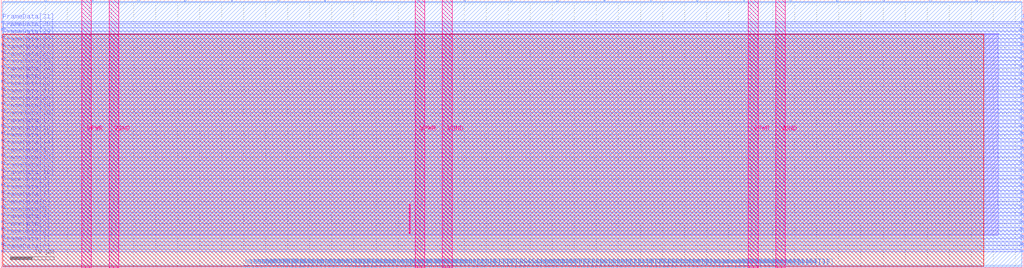
<source format=lef>
VERSION 5.7 ;
  NOWIREEXTENSIONATPIN ON ;
  DIVIDERCHAR "/" ;
  BUSBITCHARS "[]" ;
MACRO N_term_single
  CLASS BLOCK ;
  FOREIGN N_term_single ;
  ORIGIN 0.000 0.000 ;
  SIZE 231.840 BY 60.900 ;
  PIN Ci
    DIRECTION INPUT ;
    USE SIGNAL ;
    PORT
      LAYER Metal3 ;
        RECT 104.920 0.000 105.320 0.400 ;
    END
  END Ci
  PIN FrameData[0]
    DIRECTION INPUT ;
    USE SIGNAL ;
    ANTENNAGATEAREA 0.180700 ;
    PORT
      LAYER Metal2 ;
        RECT 0.000 3.580 0.450 3.980 ;
    END
  END FrameData[0]
  PIN FrameData[10]
    DIRECTION INPUT ;
    USE SIGNAL ;
    ANTENNAGATEAREA 0.180700 ;
    PORT
      LAYER Metal2 ;
        RECT 0.000 20.380 0.450 20.780 ;
    END
  END FrameData[10]
  PIN FrameData[11]
    DIRECTION INPUT ;
    USE SIGNAL ;
    ANTENNAGATEAREA 0.180700 ;
    PORT
      LAYER Metal2 ;
        RECT 0.000 22.060 0.450 22.460 ;
    END
  END FrameData[11]
  PIN FrameData[12]
    DIRECTION INPUT ;
    USE SIGNAL ;
    ANTENNAGATEAREA 1.397500 ;
    ANTENNADIFFAREA 4.030800 ;
    PORT
      LAYER Metal2 ;
        RECT 0.000 23.740 0.450 24.140 ;
    END
  END FrameData[12]
  PIN FrameData[13]
    DIRECTION INPUT ;
    USE SIGNAL ;
    ANTENNAGATEAREA 0.180700 ;
    PORT
      LAYER Metal2 ;
        RECT 0.000 25.420 0.450 25.820 ;
    END
  END FrameData[13]
  PIN FrameData[14]
    DIRECTION INPUT ;
    USE SIGNAL ;
    ANTENNAGATEAREA 0.180700 ;
    PORT
      LAYER Metal2 ;
        RECT 0.000 27.100 0.450 27.500 ;
    END
  END FrameData[14]
  PIN FrameData[15]
    DIRECTION INPUT ;
    USE SIGNAL ;
    ANTENNAGATEAREA 0.180700 ;
    PORT
      LAYER Metal2 ;
        RECT 0.000 28.780 0.450 29.180 ;
    END
  END FrameData[15]
  PIN FrameData[16]
    DIRECTION INPUT ;
    USE SIGNAL ;
    ANTENNAGATEAREA 0.180700 ;
    PORT
      LAYER Metal2 ;
        RECT 0.000 30.460 0.450 30.860 ;
    END
  END FrameData[16]
  PIN FrameData[17]
    DIRECTION INPUT ;
    USE SIGNAL ;
    ANTENNAGATEAREA 0.180700 ;
    PORT
      LAYER Metal2 ;
        RECT 0.000 32.140 0.450 32.540 ;
    END
  END FrameData[17]
  PIN FrameData[18]
    DIRECTION INPUT ;
    USE SIGNAL ;
    ANTENNAGATEAREA 0.180700 ;
    PORT
      LAYER Metal2 ;
        RECT 0.000 33.820 0.450 34.220 ;
    END
  END FrameData[18]
  PIN FrameData[19]
    DIRECTION INPUT ;
    USE SIGNAL ;
    ANTENNAGATEAREA 0.180700 ;
    PORT
      LAYER Metal2 ;
        RECT 0.000 35.500 0.450 35.900 ;
    END
  END FrameData[19]
  PIN FrameData[1]
    DIRECTION INPUT ;
    USE SIGNAL ;
    ANTENNAGATEAREA 0.180700 ;
    PORT
      LAYER Metal2 ;
        RECT 0.000 5.260 0.450 5.660 ;
    END
  END FrameData[1]
  PIN FrameData[20]
    DIRECTION INPUT ;
    USE SIGNAL ;
    ANTENNAGATEAREA 0.180700 ;
    PORT
      LAYER Metal2 ;
        RECT 0.000 37.180 0.450 37.580 ;
    END
  END FrameData[20]
  PIN FrameData[21]
    DIRECTION INPUT ;
    USE SIGNAL ;
    ANTENNAGATEAREA 0.180700 ;
    PORT
      LAYER Metal2 ;
        RECT 0.000 38.860 0.450 39.260 ;
    END
  END FrameData[21]
  PIN FrameData[22]
    DIRECTION INPUT ;
    USE SIGNAL ;
    ANTENNAGATEAREA 0.180700 ;
    PORT
      LAYER Metal2 ;
        RECT 0.000 40.540 0.450 40.940 ;
    END
  END FrameData[22]
  PIN FrameData[23]
    DIRECTION INPUT ;
    USE SIGNAL ;
    ANTENNAGATEAREA 0.180700 ;
    PORT
      LAYER Metal2 ;
        RECT 0.000 42.220 0.450 42.620 ;
    END
  END FrameData[23]
  PIN FrameData[24]
    DIRECTION INPUT ;
    USE SIGNAL ;
    ANTENNAGATEAREA 0.180700 ;
    PORT
      LAYER Metal2 ;
        RECT 0.000 43.900 0.450 44.300 ;
    END
  END FrameData[24]
  PIN FrameData[25]
    DIRECTION INPUT ;
    USE SIGNAL ;
    ANTENNAGATEAREA 0.180700 ;
    PORT
      LAYER Metal2 ;
        RECT 0.000 45.580 0.450 45.980 ;
    END
  END FrameData[25]
  PIN FrameData[26]
    DIRECTION INPUT ;
    USE SIGNAL ;
    ANTENNAGATEAREA 0.180700 ;
    PORT
      LAYER Metal2 ;
        RECT 0.000 47.260 0.450 47.660 ;
    END
  END FrameData[26]
  PIN FrameData[27]
    DIRECTION INPUT ;
    USE SIGNAL ;
    ANTENNAGATEAREA 0.180700 ;
    PORT
      LAYER Metal2 ;
        RECT 0.000 48.940 0.450 49.340 ;
    END
  END FrameData[27]
  PIN FrameData[28]
    DIRECTION INPUT ;
    USE SIGNAL ;
    ANTENNAGATEAREA 0.180700 ;
    PORT
      LAYER Metal2 ;
        RECT 0.000 50.620 0.450 51.020 ;
    END
  END FrameData[28]
  PIN FrameData[29]
    DIRECTION INPUT ;
    USE SIGNAL ;
    ANTENNAGATEAREA 0.180700 ;
    PORT
      LAYER Metal2 ;
        RECT 0.000 52.300 0.450 52.700 ;
    END
  END FrameData[29]
  PIN FrameData[2]
    DIRECTION INPUT ;
    USE SIGNAL ;
    ANTENNAGATEAREA 1.397500 ;
    ANTENNADIFFAREA 4.030800 ;
    PORT
      LAYER Metal2 ;
        RECT 0.000 6.940 0.450 7.340 ;
    END
  END FrameData[2]
  PIN FrameData[30]
    DIRECTION INPUT ;
    USE SIGNAL ;
    ANTENNAGATEAREA 0.180700 ;
    PORT
      LAYER Metal2 ;
        RECT 0.000 53.980 0.450 54.380 ;
    END
  END FrameData[30]
  PIN FrameData[31]
    DIRECTION INPUT ;
    USE SIGNAL ;
    ANTENNAGATEAREA 0.180700 ;
    PORT
      LAYER Metal2 ;
        RECT 0.000 55.660 0.450 56.060 ;
    END
  END FrameData[31]
  PIN FrameData[3]
    DIRECTION INPUT ;
    USE SIGNAL ;
    ANTENNAGATEAREA 0.789100 ;
    ANTENNADIFFAREA 2.015400 ;
    PORT
      LAYER Metal2 ;
        RECT 0.000 8.620 0.450 9.020 ;
    END
  END FrameData[3]
  PIN FrameData[4]
    DIRECTION INPUT ;
    USE SIGNAL ;
    ANTENNAGATEAREA 1.397500 ;
    ANTENNADIFFAREA 4.030800 ;
    PORT
      LAYER Metal2 ;
        RECT 0.000 10.300 0.450 10.700 ;
    END
  END FrameData[4]
  PIN FrameData[5]
    DIRECTION INPUT ;
    USE SIGNAL ;
    ANTENNAGATEAREA 3.222700 ;
    ANTENNADIFFAREA 10.077000 ;
    PORT
      LAYER Metal2 ;
        RECT 0.000 11.980 0.450 12.380 ;
    END
  END FrameData[5]
  PIN FrameData[6]
    DIRECTION INPUT ;
    USE SIGNAL ;
    ANTENNAGATEAREA 6.873100 ;
    ANTENNADIFFAREA 22.169399 ;
    PORT
      LAYER Metal2 ;
        RECT 0.000 13.660 0.450 14.060 ;
    END
  END FrameData[6]
  PIN FrameData[7]
    DIRECTION INPUT ;
    USE SIGNAL ;
    ANTENNAGATEAREA 0.180700 ;
    PORT
      LAYER Metal2 ;
        RECT 0.000 15.340 0.450 15.740 ;
    END
  END FrameData[7]
  PIN FrameData[8]
    DIRECTION INPUT ;
    USE SIGNAL ;
    ANTENNAGATEAREA 1.397500 ;
    ANTENNADIFFAREA 4.030800 ;
    PORT
      LAYER Metal2 ;
        RECT 0.000 17.020 0.450 17.420 ;
    END
  END FrameData[8]
  PIN FrameData[9]
    DIRECTION INPUT ;
    USE SIGNAL ;
    ANTENNAGATEAREA 0.180700 ;
    PORT
      LAYER Metal2 ;
        RECT 0.000 18.700 0.450 19.100 ;
    END
  END FrameData[9]
  PIN FrameData_O[0]
    DIRECTION OUTPUT ;
    USE SIGNAL ;
    ANTENNADIFFAREA 0.654800 ;
    PORT
      LAYER Metal2 ;
        RECT 231.390 3.580 231.840 3.980 ;
    END
  END FrameData_O[0]
  PIN FrameData_O[10]
    DIRECTION OUTPUT ;
    USE SIGNAL ;
    ANTENNADIFFAREA 0.654800 ;
    PORT
      LAYER Metal2 ;
        RECT 231.390 20.380 231.840 20.780 ;
    END
  END FrameData_O[10]
  PIN FrameData_O[11]
    DIRECTION OUTPUT ;
    USE SIGNAL ;
    ANTENNADIFFAREA 0.654800 ;
    PORT
      LAYER Metal2 ;
        RECT 231.390 22.060 231.840 22.460 ;
    END
  END FrameData_O[11]
  PIN FrameData_O[12]
    DIRECTION OUTPUT ;
    USE SIGNAL ;
    ANTENNADIFFAREA 0.654800 ;
    PORT
      LAYER Metal2 ;
        RECT 231.390 23.740 231.840 24.140 ;
    END
  END FrameData_O[12]
  PIN FrameData_O[13]
    DIRECTION OUTPUT ;
    USE SIGNAL ;
    ANTENNADIFFAREA 0.654800 ;
    PORT
      LAYER Metal2 ;
        RECT 231.390 25.420 231.840 25.820 ;
    END
  END FrameData_O[13]
  PIN FrameData_O[14]
    DIRECTION OUTPUT ;
    USE SIGNAL ;
    ANTENNADIFFAREA 0.654800 ;
    PORT
      LAYER Metal2 ;
        RECT 231.390 27.100 231.840 27.500 ;
    END
  END FrameData_O[14]
  PIN FrameData_O[15]
    DIRECTION OUTPUT ;
    USE SIGNAL ;
    ANTENNADIFFAREA 0.654800 ;
    PORT
      LAYER Metal2 ;
        RECT 231.390 28.780 231.840 29.180 ;
    END
  END FrameData_O[15]
  PIN FrameData_O[16]
    DIRECTION OUTPUT ;
    USE SIGNAL ;
    ANTENNADIFFAREA 0.654800 ;
    PORT
      LAYER Metal2 ;
        RECT 231.390 30.460 231.840 30.860 ;
    END
  END FrameData_O[16]
  PIN FrameData_O[17]
    DIRECTION OUTPUT ;
    USE SIGNAL ;
    ANTENNADIFFAREA 0.654800 ;
    PORT
      LAYER Metal2 ;
        RECT 231.390 32.140 231.840 32.540 ;
    END
  END FrameData_O[17]
  PIN FrameData_O[18]
    DIRECTION OUTPUT ;
    USE SIGNAL ;
    ANTENNADIFFAREA 0.654800 ;
    PORT
      LAYER Metal2 ;
        RECT 231.390 33.820 231.840 34.220 ;
    END
  END FrameData_O[18]
  PIN FrameData_O[19]
    DIRECTION OUTPUT ;
    USE SIGNAL ;
    ANTENNADIFFAREA 0.654800 ;
    PORT
      LAYER Metal2 ;
        RECT 231.390 35.500 231.840 35.900 ;
    END
  END FrameData_O[19]
  PIN FrameData_O[1]
    DIRECTION OUTPUT ;
    USE SIGNAL ;
    ANTENNADIFFAREA 0.654800 ;
    PORT
      LAYER Metal2 ;
        RECT 231.390 5.260 231.840 5.660 ;
    END
  END FrameData_O[1]
  PIN FrameData_O[20]
    DIRECTION OUTPUT ;
    USE SIGNAL ;
    ANTENNADIFFAREA 0.654800 ;
    PORT
      LAYER Metal2 ;
        RECT 231.390 37.180 231.840 37.580 ;
    END
  END FrameData_O[20]
  PIN FrameData_O[21]
    DIRECTION OUTPUT ;
    USE SIGNAL ;
    ANTENNADIFFAREA 0.654800 ;
    PORT
      LAYER Metal2 ;
        RECT 231.390 38.860 231.840 39.260 ;
    END
  END FrameData_O[21]
  PIN FrameData_O[22]
    DIRECTION OUTPUT ;
    USE SIGNAL ;
    ANTENNADIFFAREA 0.654800 ;
    PORT
      LAYER Metal2 ;
        RECT 231.390 40.540 231.840 40.940 ;
    END
  END FrameData_O[22]
  PIN FrameData_O[23]
    DIRECTION OUTPUT ;
    USE SIGNAL ;
    ANTENNADIFFAREA 0.654800 ;
    PORT
      LAYER Metal2 ;
        RECT 231.390 42.220 231.840 42.620 ;
    END
  END FrameData_O[23]
  PIN FrameData_O[24]
    DIRECTION OUTPUT ;
    USE SIGNAL ;
    ANTENNADIFFAREA 0.654800 ;
    PORT
      LAYER Metal2 ;
        RECT 231.390 43.900 231.840 44.300 ;
    END
  END FrameData_O[24]
  PIN FrameData_O[25]
    DIRECTION OUTPUT ;
    USE SIGNAL ;
    ANTENNADIFFAREA 0.654800 ;
    PORT
      LAYER Metal2 ;
        RECT 231.390 45.580 231.840 45.980 ;
    END
  END FrameData_O[25]
  PIN FrameData_O[26]
    DIRECTION OUTPUT ;
    USE SIGNAL ;
    ANTENNADIFFAREA 0.654800 ;
    PORT
      LAYER Metal2 ;
        RECT 231.390 47.260 231.840 47.660 ;
    END
  END FrameData_O[26]
  PIN FrameData_O[27]
    DIRECTION OUTPUT ;
    USE SIGNAL ;
    ANTENNADIFFAREA 0.654800 ;
    PORT
      LAYER Metal2 ;
        RECT 231.390 48.940 231.840 49.340 ;
    END
  END FrameData_O[27]
  PIN FrameData_O[28]
    DIRECTION OUTPUT ;
    USE SIGNAL ;
    ANTENNADIFFAREA 0.654800 ;
    PORT
      LAYER Metal2 ;
        RECT 231.390 50.620 231.840 51.020 ;
    END
  END FrameData_O[28]
  PIN FrameData_O[29]
    DIRECTION OUTPUT ;
    USE SIGNAL ;
    ANTENNADIFFAREA 0.654800 ;
    PORT
      LAYER Metal2 ;
        RECT 231.390 52.300 231.840 52.700 ;
    END
  END FrameData_O[29]
  PIN FrameData_O[2]
    DIRECTION OUTPUT ;
    USE SIGNAL ;
    ANTENNADIFFAREA 0.654800 ;
    PORT
      LAYER Metal2 ;
        RECT 231.390 6.940 231.840 7.340 ;
    END
  END FrameData_O[2]
  PIN FrameData_O[30]
    DIRECTION OUTPUT ;
    USE SIGNAL ;
    ANTENNADIFFAREA 0.654800 ;
    PORT
      LAYER Metal2 ;
        RECT 231.390 53.980 231.840 54.380 ;
    END
  END FrameData_O[30]
  PIN FrameData_O[31]
    DIRECTION OUTPUT ;
    USE SIGNAL ;
    ANTENNADIFFAREA 0.654800 ;
    PORT
      LAYER Metal2 ;
        RECT 231.390 55.660 231.840 56.060 ;
    END
  END FrameData_O[31]
  PIN FrameData_O[3]
    DIRECTION OUTPUT ;
    USE SIGNAL ;
    ANTENNADIFFAREA 0.654800 ;
    PORT
      LAYER Metal2 ;
        RECT 231.390 8.620 231.840 9.020 ;
    END
  END FrameData_O[3]
  PIN FrameData_O[4]
    DIRECTION OUTPUT ;
    USE SIGNAL ;
    ANTENNADIFFAREA 0.654800 ;
    PORT
      LAYER Metal2 ;
        RECT 231.390 10.300 231.840 10.700 ;
    END
  END FrameData_O[4]
  PIN FrameData_O[5]
    DIRECTION OUTPUT ;
    USE SIGNAL ;
    ANTENNADIFFAREA 0.654800 ;
    PORT
      LAYER Metal2 ;
        RECT 231.390 11.980 231.840 12.380 ;
    END
  END FrameData_O[5]
  PIN FrameData_O[6]
    DIRECTION OUTPUT ;
    USE SIGNAL ;
    ANTENNADIFFAREA 0.654800 ;
    PORT
      LAYER Metal2 ;
        RECT 231.390 13.660 231.840 14.060 ;
    END
  END FrameData_O[6]
  PIN FrameData_O[7]
    DIRECTION OUTPUT ;
    USE SIGNAL ;
    ANTENNADIFFAREA 0.654800 ;
    PORT
      LAYER Metal2 ;
        RECT 231.390 15.340 231.840 15.740 ;
    END
  END FrameData_O[7]
  PIN FrameData_O[8]
    DIRECTION OUTPUT ;
    USE SIGNAL ;
    ANTENNADIFFAREA 0.654800 ;
    PORT
      LAYER Metal2 ;
        RECT 231.390 17.020 231.840 17.420 ;
    END
  END FrameData_O[8]
  PIN FrameData_O[9]
    DIRECTION OUTPUT ;
    USE SIGNAL ;
    ANTENNADIFFAREA 0.654800 ;
    PORT
      LAYER Metal2 ;
        RECT 231.390 18.700 231.840 19.100 ;
    END
  END FrameData_O[9]
  PIN FrameStrobe[0]
    DIRECTION INPUT ;
    USE SIGNAL ;
    ANTENNAGATEAREA 0.180700 ;
    PORT
      LAYER Metal3 ;
        RECT 156.760 0.000 157.160 0.400 ;
    END
  END FrameStrobe[0]
  PIN FrameStrobe[10]
    DIRECTION INPUT ;
    USE SIGNAL ;
    ANTENNAGATEAREA 0.180700 ;
    PORT
      LAYER Metal3 ;
        RECT 166.360 0.000 166.760 0.400 ;
    END
  END FrameStrobe[10]
  PIN FrameStrobe[11]
    DIRECTION INPUT ;
    USE SIGNAL ;
    ANTENNAGATEAREA 0.180700 ;
    PORT
      LAYER Metal3 ;
        RECT 167.320 0.000 167.720 0.400 ;
    END
  END FrameStrobe[11]
  PIN FrameStrobe[12]
    DIRECTION INPUT ;
    USE SIGNAL ;
    ANTENNAGATEAREA 0.180700 ;
    PORT
      LAYER Metal3 ;
        RECT 168.280 0.000 168.680 0.400 ;
    END
  END FrameStrobe[12]
  PIN FrameStrobe[13]
    DIRECTION INPUT ;
    USE SIGNAL ;
    ANTENNAGATEAREA 0.180700 ;
    PORT
      LAYER Metal3 ;
        RECT 169.240 0.000 169.640 0.400 ;
    END
  END FrameStrobe[13]
  PIN FrameStrobe[14]
    DIRECTION INPUT ;
    USE SIGNAL ;
    ANTENNAGATEAREA 0.180700 ;
    PORT
      LAYER Metal3 ;
        RECT 170.200 0.000 170.600 0.400 ;
    END
  END FrameStrobe[14]
  PIN FrameStrobe[15]
    DIRECTION INPUT ;
    USE SIGNAL ;
    ANTENNAGATEAREA 0.180700 ;
    PORT
      LAYER Metal3 ;
        RECT 171.160 0.000 171.560 0.400 ;
    END
  END FrameStrobe[15]
  PIN FrameStrobe[16]
    DIRECTION INPUT ;
    USE SIGNAL ;
    ANTENNAGATEAREA 0.180700 ;
    PORT
      LAYER Metal3 ;
        RECT 172.120 0.000 172.520 0.400 ;
    END
  END FrameStrobe[16]
  PIN FrameStrobe[17]
    DIRECTION INPUT ;
    USE SIGNAL ;
    ANTENNAGATEAREA 0.180700 ;
    PORT
      LAYER Metal3 ;
        RECT 173.080 0.000 173.480 0.400 ;
    END
  END FrameStrobe[17]
  PIN FrameStrobe[18]
    DIRECTION INPUT ;
    USE SIGNAL ;
    ANTENNAGATEAREA 0.180700 ;
    PORT
      LAYER Metal3 ;
        RECT 174.040 0.000 174.440 0.400 ;
    END
  END FrameStrobe[18]
  PIN FrameStrobe[19]
    DIRECTION INPUT ;
    USE SIGNAL ;
    ANTENNAGATEAREA 0.180700 ;
    PORT
      LAYER Metal3 ;
        RECT 175.000 0.000 175.400 0.400 ;
    END
  END FrameStrobe[19]
  PIN FrameStrobe[1]
    DIRECTION INPUT ;
    USE SIGNAL ;
    ANTENNAGATEAREA 0.180700 ;
    PORT
      LAYER Metal3 ;
        RECT 157.720 0.000 158.120 0.400 ;
    END
  END FrameStrobe[1]
  PIN FrameStrobe[2]
    DIRECTION INPUT ;
    USE SIGNAL ;
    ANTENNAGATEAREA 0.180700 ;
    PORT
      LAYER Metal3 ;
        RECT 158.680 0.000 159.080 0.400 ;
    END
  END FrameStrobe[2]
  PIN FrameStrobe[3]
    DIRECTION INPUT ;
    USE SIGNAL ;
    ANTENNAGATEAREA 0.180700 ;
    PORT
      LAYER Metal3 ;
        RECT 159.640 0.000 160.040 0.400 ;
    END
  END FrameStrobe[3]
  PIN FrameStrobe[4]
    DIRECTION INPUT ;
    USE SIGNAL ;
    ANTENNAGATEAREA 0.180700 ;
    PORT
      LAYER Metal3 ;
        RECT 160.600 0.000 161.000 0.400 ;
    END
  END FrameStrobe[4]
  PIN FrameStrobe[5]
    DIRECTION INPUT ;
    USE SIGNAL ;
    ANTENNAGATEAREA 0.180700 ;
    PORT
      LAYER Metal3 ;
        RECT 161.560 0.000 161.960 0.400 ;
    END
  END FrameStrobe[5]
  PIN FrameStrobe[6]
    DIRECTION INPUT ;
    USE SIGNAL ;
    ANTENNAGATEAREA 0.180700 ;
    PORT
      LAYER Metal3 ;
        RECT 162.520 0.000 162.920 0.400 ;
    END
  END FrameStrobe[6]
  PIN FrameStrobe[7]
    DIRECTION INPUT ;
    USE SIGNAL ;
    ANTENNAGATEAREA 0.180700 ;
    PORT
      LAYER Metal3 ;
        RECT 163.480 0.000 163.880 0.400 ;
    END
  END FrameStrobe[7]
  PIN FrameStrobe[8]
    DIRECTION INPUT ;
    USE SIGNAL ;
    ANTENNAGATEAREA 0.180700 ;
    PORT
      LAYER Metal3 ;
        RECT 164.440 0.000 164.840 0.400 ;
    END
  END FrameStrobe[8]
  PIN FrameStrobe[9]
    DIRECTION INPUT ;
    USE SIGNAL ;
    ANTENNAGATEAREA 0.180700 ;
    PORT
      LAYER Metal3 ;
        RECT 165.400 0.000 165.800 0.400 ;
    END
  END FrameStrobe[9]
  PIN FrameStrobe_O[0]
    DIRECTION OUTPUT ;
    USE SIGNAL ;
    ANTENNADIFFAREA 0.654800 ;
    PORT
      LAYER Metal3 ;
        RECT 20.440 60.500 20.840 60.900 ;
    END
  END FrameStrobe_O[0]
  PIN FrameStrobe_O[10]
    DIRECTION OUTPUT ;
    USE SIGNAL ;
    ANTENNADIFFAREA 0.654800 ;
    PORT
      LAYER Metal3 ;
        RECT 126.040 60.500 126.440 60.900 ;
    END
  END FrameStrobe_O[10]
  PIN FrameStrobe_O[11]
    DIRECTION OUTPUT ;
    USE SIGNAL ;
    ANTENNADIFFAREA 0.654800 ;
    PORT
      LAYER Metal3 ;
        RECT 136.600 60.500 137.000 60.900 ;
    END
  END FrameStrobe_O[11]
  PIN FrameStrobe_O[12]
    DIRECTION OUTPUT ;
    USE SIGNAL ;
    ANTENNADIFFAREA 0.654800 ;
    PORT
      LAYER Metal3 ;
        RECT 147.160 60.500 147.560 60.900 ;
    END
  END FrameStrobe_O[12]
  PIN FrameStrobe_O[13]
    DIRECTION OUTPUT ;
    USE SIGNAL ;
    ANTENNADIFFAREA 0.654800 ;
    PORT
      LAYER Metal3 ;
        RECT 157.720 60.500 158.120 60.900 ;
    END
  END FrameStrobe_O[13]
  PIN FrameStrobe_O[14]
    DIRECTION OUTPUT ;
    USE SIGNAL ;
    ANTENNADIFFAREA 0.654800 ;
    PORT
      LAYER Metal3 ;
        RECT 168.280 60.500 168.680 60.900 ;
    END
  END FrameStrobe_O[14]
  PIN FrameStrobe_O[15]
    DIRECTION OUTPUT ;
    USE SIGNAL ;
    ANTENNADIFFAREA 0.654800 ;
    PORT
      LAYER Metal3 ;
        RECT 178.840 60.500 179.240 60.900 ;
    END
  END FrameStrobe_O[15]
  PIN FrameStrobe_O[16]
    DIRECTION OUTPUT ;
    USE SIGNAL ;
    ANTENNADIFFAREA 0.654800 ;
    PORT
      LAYER Metal3 ;
        RECT 189.400 60.500 189.800 60.900 ;
    END
  END FrameStrobe_O[16]
  PIN FrameStrobe_O[17]
    DIRECTION OUTPUT ;
    USE SIGNAL ;
    ANTENNADIFFAREA 0.654800 ;
    PORT
      LAYER Metal3 ;
        RECT 199.960 60.500 200.360 60.900 ;
    END
  END FrameStrobe_O[17]
  PIN FrameStrobe_O[18]
    DIRECTION OUTPUT ;
    USE SIGNAL ;
    ANTENNADIFFAREA 0.654800 ;
    PORT
      LAYER Metal3 ;
        RECT 210.520 60.500 210.920 60.900 ;
    END
  END FrameStrobe_O[18]
  PIN FrameStrobe_O[19]
    DIRECTION OUTPUT ;
    USE SIGNAL ;
    ANTENNADIFFAREA 0.654800 ;
    PORT
      LAYER Metal3 ;
        RECT 221.080 60.500 221.480 60.900 ;
    END
  END FrameStrobe_O[19]
  PIN FrameStrobe_O[1]
    DIRECTION OUTPUT ;
    USE SIGNAL ;
    ANTENNADIFFAREA 0.654800 ;
    PORT
      LAYER Metal3 ;
        RECT 31.000 60.500 31.400 60.900 ;
    END
  END FrameStrobe_O[1]
  PIN FrameStrobe_O[2]
    DIRECTION OUTPUT ;
    USE SIGNAL ;
    ANTENNADIFFAREA 0.654800 ;
    PORT
      LAYER Metal3 ;
        RECT 41.560 60.500 41.960 60.900 ;
    END
  END FrameStrobe_O[2]
  PIN FrameStrobe_O[3]
    DIRECTION OUTPUT ;
    USE SIGNAL ;
    ANTENNADIFFAREA 0.654800 ;
    PORT
      LAYER Metal3 ;
        RECT 52.120 60.500 52.520 60.900 ;
    END
  END FrameStrobe_O[3]
  PIN FrameStrobe_O[4]
    DIRECTION OUTPUT ;
    USE SIGNAL ;
    ANTENNADIFFAREA 0.654800 ;
    PORT
      LAYER Metal3 ;
        RECT 62.680 60.500 63.080 60.900 ;
    END
  END FrameStrobe_O[4]
  PIN FrameStrobe_O[5]
    DIRECTION OUTPUT ;
    USE SIGNAL ;
    ANTENNADIFFAREA 0.654800 ;
    PORT
      LAYER Metal3 ;
        RECT 73.240 60.500 73.640 60.900 ;
    END
  END FrameStrobe_O[5]
  PIN FrameStrobe_O[6]
    DIRECTION OUTPUT ;
    USE SIGNAL ;
    ANTENNADIFFAREA 0.654800 ;
    PORT
      LAYER Metal3 ;
        RECT 83.800 60.500 84.200 60.900 ;
    END
  END FrameStrobe_O[6]
  PIN FrameStrobe_O[7]
    DIRECTION OUTPUT ;
    USE SIGNAL ;
    ANTENNADIFFAREA 0.654800 ;
    PORT
      LAYER Metal3 ;
        RECT 94.360 60.500 94.760 60.900 ;
    END
  END FrameStrobe_O[7]
  PIN FrameStrobe_O[8]
    DIRECTION OUTPUT ;
    USE SIGNAL ;
    ANTENNADIFFAREA 0.654800 ;
    PORT
      LAYER Metal3 ;
        RECT 104.920 60.500 105.320 60.900 ;
    END
  END FrameStrobe_O[8]
  PIN FrameStrobe_O[9]
    DIRECTION OUTPUT ;
    USE SIGNAL ;
    ANTENNADIFFAREA 0.654800 ;
    PORT
      LAYER Metal3 ;
        RECT 115.480 60.500 115.880 60.900 ;
    END
  END FrameStrobe_O[9]
  PIN N1END[0]
    DIRECTION INPUT ;
    USE SIGNAL ;
    ANTENNAGATEAREA 0.180700 ;
    PORT
      LAYER Metal3 ;
        RECT 55.000 0.000 55.400 0.400 ;
    END
  END N1END[0]
  PIN N1END[1]
    DIRECTION INPUT ;
    USE SIGNAL ;
    ANTENNAGATEAREA 0.180700 ;
    PORT
      LAYER Metal3 ;
        RECT 55.960 0.000 56.360 0.400 ;
    END
  END N1END[1]
  PIN N1END[2]
    DIRECTION INPUT ;
    USE SIGNAL ;
    ANTENNAGATEAREA 0.180700 ;
    PORT
      LAYER Metal3 ;
        RECT 56.920 0.000 57.320 0.400 ;
    END
  END N1END[2]
  PIN N1END[3]
    DIRECTION INPUT ;
    USE SIGNAL ;
    ANTENNAGATEAREA 0.180700 ;
    PORT
      LAYER Metal3 ;
        RECT 57.880 0.000 58.280 0.400 ;
    END
  END N1END[3]
  PIN N2END[0]
    DIRECTION INPUT ;
    USE SIGNAL ;
    ANTENNAGATEAREA 0.180700 ;
    PORT
      LAYER Metal3 ;
        RECT 66.520 0.000 66.920 0.400 ;
    END
  END N2END[0]
  PIN N2END[1]
    DIRECTION INPUT ;
    USE SIGNAL ;
    ANTENNAGATEAREA 0.180700 ;
    PORT
      LAYER Metal3 ;
        RECT 67.480 0.000 67.880 0.400 ;
    END
  END N2END[1]
  PIN N2END[2]
    DIRECTION INPUT ;
    USE SIGNAL ;
    ANTENNAGATEAREA 0.180700 ;
    PORT
      LAYER Metal3 ;
        RECT 68.440 0.000 68.840 0.400 ;
    END
  END N2END[2]
  PIN N2END[3]
    DIRECTION INPUT ;
    USE SIGNAL ;
    ANTENNAGATEAREA 0.180700 ;
    PORT
      LAYER Metal3 ;
        RECT 69.400 0.000 69.800 0.400 ;
    END
  END N2END[3]
  PIN N2END[4]
    DIRECTION INPUT ;
    USE SIGNAL ;
    ANTENNAGATEAREA 0.180700 ;
    PORT
      LAYER Metal3 ;
        RECT 70.360 0.000 70.760 0.400 ;
    END
  END N2END[4]
  PIN N2END[5]
    DIRECTION INPUT ;
    USE SIGNAL ;
    ANTENNAGATEAREA 0.180700 ;
    PORT
      LAYER Metal3 ;
        RECT 71.320 0.000 71.720 0.400 ;
    END
  END N2END[5]
  PIN N2END[6]
    DIRECTION INPUT ;
    USE SIGNAL ;
    ANTENNAGATEAREA 0.180700 ;
    PORT
      LAYER Metal3 ;
        RECT 72.280 0.000 72.680 0.400 ;
    END
  END N2END[6]
  PIN N2END[7]
    DIRECTION INPUT ;
    USE SIGNAL ;
    ANTENNAGATEAREA 0.180700 ;
    PORT
      LAYER Metal3 ;
        RECT 73.240 0.000 73.640 0.400 ;
    END
  END N2END[7]
  PIN N2MID[0]
    DIRECTION INPUT ;
    USE SIGNAL ;
    ANTENNAGATEAREA 0.180700 ;
    PORT
      LAYER Metal3 ;
        RECT 58.840 0.000 59.240 0.400 ;
    END
  END N2MID[0]
  PIN N2MID[1]
    DIRECTION INPUT ;
    USE SIGNAL ;
    ANTENNAGATEAREA 0.180700 ;
    PORT
      LAYER Metal3 ;
        RECT 59.800 0.000 60.200 0.400 ;
    END
  END N2MID[1]
  PIN N2MID[2]
    DIRECTION INPUT ;
    USE SIGNAL ;
    ANTENNAGATEAREA 0.180700 ;
    PORT
      LAYER Metal3 ;
        RECT 60.760 0.000 61.160 0.400 ;
    END
  END N2MID[2]
  PIN N2MID[3]
    DIRECTION INPUT ;
    USE SIGNAL ;
    ANTENNAGATEAREA 0.180700 ;
    PORT
      LAYER Metal3 ;
        RECT 61.720 0.000 62.120 0.400 ;
    END
  END N2MID[3]
  PIN N2MID[4]
    DIRECTION INPUT ;
    USE SIGNAL ;
    ANTENNAGATEAREA 0.180700 ;
    PORT
      LAYER Metal3 ;
        RECT 62.680 0.000 63.080 0.400 ;
    END
  END N2MID[4]
  PIN N2MID[5]
    DIRECTION INPUT ;
    USE SIGNAL ;
    ANTENNAGATEAREA 0.180700 ;
    PORT
      LAYER Metal3 ;
        RECT 63.640 0.000 64.040 0.400 ;
    END
  END N2MID[5]
  PIN N2MID[6]
    DIRECTION INPUT ;
    USE SIGNAL ;
    ANTENNAGATEAREA 0.180700 ;
    PORT
      LAYER Metal3 ;
        RECT 64.600 0.000 65.000 0.400 ;
    END
  END N2MID[6]
  PIN N2MID[7]
    DIRECTION INPUT ;
    USE SIGNAL ;
    ANTENNAGATEAREA 0.180700 ;
    PORT
      LAYER Metal3 ;
        RECT 65.560 0.000 65.960 0.400 ;
    END
  END N2MID[7]
  PIN N4END[0]
    DIRECTION INPUT ;
    USE SIGNAL ;
    ANTENNAGATEAREA 0.180700 ;
    PORT
      LAYER Metal3 ;
        RECT 74.200 0.000 74.600 0.400 ;
    END
  END N4END[0]
  PIN N4END[10]
    DIRECTION INPUT ;
    USE SIGNAL ;
    ANTENNAGATEAREA 0.180700 ;
    PORT
      LAYER Metal3 ;
        RECT 83.800 0.000 84.200 0.400 ;
    END
  END N4END[10]
  PIN N4END[11]
    DIRECTION INPUT ;
    USE SIGNAL ;
    ANTENNAGATEAREA 0.180700 ;
    PORT
      LAYER Metal3 ;
        RECT 84.760 0.000 85.160 0.400 ;
    END
  END N4END[11]
  PIN N4END[12]
    DIRECTION INPUT ;
    USE SIGNAL ;
    ANTENNAGATEAREA 0.180700 ;
    PORT
      LAYER Metal3 ;
        RECT 85.720 0.000 86.120 0.400 ;
    END
  END N4END[12]
  PIN N4END[13]
    DIRECTION INPUT ;
    USE SIGNAL ;
    ANTENNAGATEAREA 0.180700 ;
    PORT
      LAYER Metal3 ;
        RECT 86.680 0.000 87.080 0.400 ;
    END
  END N4END[13]
  PIN N4END[14]
    DIRECTION INPUT ;
    USE SIGNAL ;
    ANTENNAGATEAREA 0.180700 ;
    PORT
      LAYER Metal3 ;
        RECT 87.640 0.000 88.040 0.400 ;
    END
  END N4END[14]
  PIN N4END[15]
    DIRECTION INPUT ;
    USE SIGNAL ;
    ANTENNAGATEAREA 0.180700 ;
    PORT
      LAYER Metal3 ;
        RECT 88.600 0.000 89.000 0.400 ;
    END
  END N4END[15]
  PIN N4END[1]
    DIRECTION INPUT ;
    USE SIGNAL ;
    ANTENNAGATEAREA 0.180700 ;
    PORT
      LAYER Metal3 ;
        RECT 75.160 0.000 75.560 0.400 ;
    END
  END N4END[1]
  PIN N4END[2]
    DIRECTION INPUT ;
    USE SIGNAL ;
    ANTENNAGATEAREA 0.180700 ;
    PORT
      LAYER Metal3 ;
        RECT 76.120 0.000 76.520 0.400 ;
    END
  END N4END[2]
  PIN N4END[3]
    DIRECTION INPUT ;
    USE SIGNAL ;
    ANTENNAGATEAREA 0.180700 ;
    PORT
      LAYER Metal3 ;
        RECT 77.080 0.000 77.480 0.400 ;
    END
  END N4END[3]
  PIN N4END[4]
    DIRECTION INPUT ;
    USE SIGNAL ;
    ANTENNAGATEAREA 0.180700 ;
    PORT
      LAYER Metal3 ;
        RECT 78.040 0.000 78.440 0.400 ;
    END
  END N4END[4]
  PIN N4END[5]
    DIRECTION INPUT ;
    USE SIGNAL ;
    ANTENNAGATEAREA 0.180700 ;
    PORT
      LAYER Metal3 ;
        RECT 79.000 0.000 79.400 0.400 ;
    END
  END N4END[5]
  PIN N4END[6]
    DIRECTION INPUT ;
    USE SIGNAL ;
    ANTENNAGATEAREA 0.180700 ;
    PORT
      LAYER Metal3 ;
        RECT 79.960 0.000 80.360 0.400 ;
    END
  END N4END[6]
  PIN N4END[7]
    DIRECTION INPUT ;
    USE SIGNAL ;
    ANTENNAGATEAREA 0.180700 ;
    PORT
      LAYER Metal3 ;
        RECT 80.920 0.000 81.320 0.400 ;
    END
  END N4END[7]
  PIN N4END[8]
    DIRECTION INPUT ;
    USE SIGNAL ;
    ANTENNAGATEAREA 0.180700 ;
    PORT
      LAYER Metal3 ;
        RECT 81.880 0.000 82.280 0.400 ;
    END
  END N4END[8]
  PIN N4END[9]
    DIRECTION INPUT ;
    USE SIGNAL ;
    ANTENNAGATEAREA 0.180700 ;
    PORT
      LAYER Metal3 ;
        RECT 82.840 0.000 83.240 0.400 ;
    END
  END N4END[9]
  PIN NN4END[0]
    DIRECTION INPUT ;
    USE SIGNAL ;
    ANTENNAGATEAREA 0.180700 ;
    PORT
      LAYER Metal3 ;
        RECT 89.560 0.000 89.960 0.400 ;
    END
  END NN4END[0]
  PIN NN4END[10]
    DIRECTION INPUT ;
    USE SIGNAL ;
    ANTENNAGATEAREA 0.180700 ;
    PORT
      LAYER Metal3 ;
        RECT 99.160 0.000 99.560 0.400 ;
    END
  END NN4END[10]
  PIN NN4END[11]
    DIRECTION INPUT ;
    USE SIGNAL ;
    ANTENNAGATEAREA 0.180700 ;
    PORT
      LAYER Metal3 ;
        RECT 100.120 0.000 100.520 0.400 ;
    END
  END NN4END[11]
  PIN NN4END[12]
    DIRECTION INPUT ;
    USE SIGNAL ;
    ANTENNAGATEAREA 0.180700 ;
    PORT
      LAYER Metal3 ;
        RECT 101.080 0.000 101.480 0.400 ;
    END
  END NN4END[12]
  PIN NN4END[13]
    DIRECTION INPUT ;
    USE SIGNAL ;
    ANTENNAGATEAREA 0.180700 ;
    PORT
      LAYER Metal3 ;
        RECT 102.040 0.000 102.440 0.400 ;
    END
  END NN4END[13]
  PIN NN4END[14]
    DIRECTION INPUT ;
    USE SIGNAL ;
    ANTENNAGATEAREA 0.180700 ;
    PORT
      LAYER Metal3 ;
        RECT 103.000 0.000 103.400 0.400 ;
    END
  END NN4END[14]
  PIN NN4END[15]
    DIRECTION INPUT ;
    USE SIGNAL ;
    ANTENNAGATEAREA 0.180700 ;
    PORT
      LAYER Metal3 ;
        RECT 103.960 0.000 104.360 0.400 ;
    END
  END NN4END[15]
  PIN NN4END[1]
    DIRECTION INPUT ;
    USE SIGNAL ;
    ANTENNAGATEAREA 0.180700 ;
    PORT
      LAYER Metal3 ;
        RECT 90.520 0.000 90.920 0.400 ;
    END
  END NN4END[1]
  PIN NN4END[2]
    DIRECTION INPUT ;
    USE SIGNAL ;
    ANTENNAGATEAREA 0.180700 ;
    PORT
      LAYER Metal3 ;
        RECT 91.480 0.000 91.880 0.400 ;
    END
  END NN4END[2]
  PIN NN4END[3]
    DIRECTION INPUT ;
    USE SIGNAL ;
    ANTENNAGATEAREA 0.180700 ;
    PORT
      LAYER Metal3 ;
        RECT 92.440 0.000 92.840 0.400 ;
    END
  END NN4END[3]
  PIN NN4END[4]
    DIRECTION INPUT ;
    USE SIGNAL ;
    ANTENNAGATEAREA 0.180700 ;
    PORT
      LAYER Metal3 ;
        RECT 93.400 0.000 93.800 0.400 ;
    END
  END NN4END[4]
  PIN NN4END[5]
    DIRECTION INPUT ;
    USE SIGNAL ;
    ANTENNAGATEAREA 0.180700 ;
    PORT
      LAYER Metal3 ;
        RECT 94.360 0.000 94.760 0.400 ;
    END
  END NN4END[5]
  PIN NN4END[6]
    DIRECTION INPUT ;
    USE SIGNAL ;
    ANTENNAGATEAREA 0.180700 ;
    PORT
      LAYER Metal3 ;
        RECT 95.320 0.000 95.720 0.400 ;
    END
  END NN4END[6]
  PIN NN4END[7]
    DIRECTION INPUT ;
    USE SIGNAL ;
    ANTENNAGATEAREA 0.180700 ;
    PORT
      LAYER Metal3 ;
        RECT 96.280 0.000 96.680 0.400 ;
    END
  END NN4END[7]
  PIN NN4END[8]
    DIRECTION INPUT ;
    USE SIGNAL ;
    ANTENNAGATEAREA 0.180700 ;
    PORT
      LAYER Metal3 ;
        RECT 97.240 0.000 97.640 0.400 ;
    END
  END NN4END[8]
  PIN NN4END[9]
    DIRECTION INPUT ;
    USE SIGNAL ;
    ANTENNAGATEAREA 0.180700 ;
    PORT
      LAYER Metal3 ;
        RECT 98.200 0.000 98.600 0.400 ;
    END
  END NN4END[9]
  PIN S1BEG[0]
    DIRECTION OUTPUT ;
    USE SIGNAL ;
    ANTENNADIFFAREA 0.654800 ;
    PORT
      LAYER Metal3 ;
        RECT 105.880 0.000 106.280 0.400 ;
    END
  END S1BEG[0]
  PIN S1BEG[1]
    DIRECTION OUTPUT ;
    USE SIGNAL ;
    ANTENNADIFFAREA 0.654800 ;
    PORT
      LAYER Metal3 ;
        RECT 106.840 0.000 107.240 0.400 ;
    END
  END S1BEG[1]
  PIN S1BEG[2]
    DIRECTION OUTPUT ;
    USE SIGNAL ;
    ANTENNADIFFAREA 0.654800 ;
    PORT
      LAYER Metal3 ;
        RECT 107.800 0.000 108.200 0.400 ;
    END
  END S1BEG[2]
  PIN S1BEG[3]
    DIRECTION OUTPUT ;
    USE SIGNAL ;
    ANTENNADIFFAREA 0.654800 ;
    PORT
      LAYER Metal3 ;
        RECT 108.760 0.000 109.160 0.400 ;
    END
  END S1BEG[3]
  PIN S2BEG[0]
    DIRECTION OUTPUT ;
    USE SIGNAL ;
    ANTENNADIFFAREA 0.654800 ;
    PORT
      LAYER Metal3 ;
        RECT 109.720 0.000 110.120 0.400 ;
    END
  END S2BEG[0]
  PIN S2BEG[1]
    DIRECTION OUTPUT ;
    USE SIGNAL ;
    ANTENNADIFFAREA 0.654800 ;
    PORT
      LAYER Metal3 ;
        RECT 110.680 0.000 111.080 0.400 ;
    END
  END S2BEG[1]
  PIN S2BEG[2]
    DIRECTION OUTPUT ;
    USE SIGNAL ;
    ANTENNADIFFAREA 0.654800 ;
    PORT
      LAYER Metal3 ;
        RECT 111.640 0.000 112.040 0.400 ;
    END
  END S2BEG[2]
  PIN S2BEG[3]
    DIRECTION OUTPUT ;
    USE SIGNAL ;
    ANTENNADIFFAREA 0.654800 ;
    PORT
      LAYER Metal3 ;
        RECT 112.600 0.000 113.000 0.400 ;
    END
  END S2BEG[3]
  PIN S2BEG[4]
    DIRECTION OUTPUT ;
    USE SIGNAL ;
    ANTENNADIFFAREA 0.654800 ;
    PORT
      LAYER Metal3 ;
        RECT 113.560 0.000 113.960 0.400 ;
    END
  END S2BEG[4]
  PIN S2BEG[5]
    DIRECTION OUTPUT ;
    USE SIGNAL ;
    ANTENNADIFFAREA 0.654800 ;
    PORT
      LAYER Metal3 ;
        RECT 114.520 0.000 114.920 0.400 ;
    END
  END S2BEG[5]
  PIN S2BEG[6]
    DIRECTION OUTPUT ;
    USE SIGNAL ;
    ANTENNADIFFAREA 0.654800 ;
    PORT
      LAYER Metal3 ;
        RECT 115.480 0.000 115.880 0.400 ;
    END
  END S2BEG[6]
  PIN S2BEG[7]
    DIRECTION OUTPUT ;
    USE SIGNAL ;
    ANTENNADIFFAREA 0.654800 ;
    PORT
      LAYER Metal3 ;
        RECT 116.440 0.000 116.840 0.400 ;
    END
  END S2BEG[7]
  PIN S2BEGb[0]
    DIRECTION OUTPUT ;
    USE SIGNAL ;
    ANTENNADIFFAREA 0.654800 ;
    PORT
      LAYER Metal3 ;
        RECT 117.400 0.000 117.800 0.400 ;
    END
  END S2BEGb[0]
  PIN S2BEGb[1]
    DIRECTION OUTPUT ;
    USE SIGNAL ;
    ANTENNADIFFAREA 0.654800 ;
    PORT
      LAYER Metal3 ;
        RECT 118.360 0.000 118.760 0.400 ;
    END
  END S2BEGb[1]
  PIN S2BEGb[2]
    DIRECTION OUTPUT ;
    USE SIGNAL ;
    ANTENNADIFFAREA 0.654800 ;
    PORT
      LAYER Metal3 ;
        RECT 119.320 0.000 119.720 0.400 ;
    END
  END S2BEGb[2]
  PIN S2BEGb[3]
    DIRECTION OUTPUT ;
    USE SIGNAL ;
    ANTENNADIFFAREA 0.654800 ;
    PORT
      LAYER Metal3 ;
        RECT 120.280 0.000 120.680 0.400 ;
    END
  END S2BEGb[3]
  PIN S2BEGb[4]
    DIRECTION OUTPUT ;
    USE SIGNAL ;
    ANTENNADIFFAREA 0.654800 ;
    PORT
      LAYER Metal3 ;
        RECT 121.240 0.000 121.640 0.400 ;
    END
  END S2BEGb[4]
  PIN S2BEGb[5]
    DIRECTION OUTPUT ;
    USE SIGNAL ;
    ANTENNADIFFAREA 0.654800 ;
    PORT
      LAYER Metal3 ;
        RECT 122.200 0.000 122.600 0.400 ;
    END
  END S2BEGb[5]
  PIN S2BEGb[6]
    DIRECTION OUTPUT ;
    USE SIGNAL ;
    ANTENNADIFFAREA 0.654800 ;
    PORT
      LAYER Metal3 ;
        RECT 123.160 0.000 123.560 0.400 ;
    END
  END S2BEGb[6]
  PIN S2BEGb[7]
    DIRECTION OUTPUT ;
    USE SIGNAL ;
    ANTENNADIFFAREA 0.654800 ;
    PORT
      LAYER Metal3 ;
        RECT 124.120 0.000 124.520 0.400 ;
    END
  END S2BEGb[7]
  PIN S4BEG[0]
    DIRECTION OUTPUT ;
    USE SIGNAL ;
    ANTENNADIFFAREA 0.654800 ;
    PORT
      LAYER Metal3 ;
        RECT 125.080 0.000 125.480 0.400 ;
    END
  END S4BEG[0]
  PIN S4BEG[10]
    DIRECTION OUTPUT ;
    USE SIGNAL ;
    ANTENNADIFFAREA 0.654800 ;
    PORT
      LAYER Metal3 ;
        RECT 134.680 0.000 135.080 0.400 ;
    END
  END S4BEG[10]
  PIN S4BEG[11]
    DIRECTION OUTPUT ;
    USE SIGNAL ;
    ANTENNADIFFAREA 0.654800 ;
    PORT
      LAYER Metal3 ;
        RECT 135.640 0.000 136.040 0.400 ;
    END
  END S4BEG[11]
  PIN S4BEG[12]
    DIRECTION OUTPUT ;
    USE SIGNAL ;
    ANTENNADIFFAREA 0.654800 ;
    PORT
      LAYER Metal3 ;
        RECT 136.600 0.000 137.000 0.400 ;
    END
  END S4BEG[12]
  PIN S4BEG[13]
    DIRECTION OUTPUT ;
    USE SIGNAL ;
    ANTENNADIFFAREA 0.654800 ;
    PORT
      LAYER Metal3 ;
        RECT 137.560 0.000 137.960 0.400 ;
    END
  END S4BEG[13]
  PIN S4BEG[14]
    DIRECTION OUTPUT ;
    USE SIGNAL ;
    ANTENNADIFFAREA 0.654800 ;
    PORT
      LAYER Metal3 ;
        RECT 138.520 0.000 138.920 0.400 ;
    END
  END S4BEG[14]
  PIN S4BEG[15]
    DIRECTION OUTPUT ;
    USE SIGNAL ;
    ANTENNADIFFAREA 0.654800 ;
    PORT
      LAYER Metal3 ;
        RECT 139.480 0.000 139.880 0.400 ;
    END
  END S4BEG[15]
  PIN S4BEG[1]
    DIRECTION OUTPUT ;
    USE SIGNAL ;
    ANTENNADIFFAREA 0.654800 ;
    PORT
      LAYER Metal3 ;
        RECT 126.040 0.000 126.440 0.400 ;
    END
  END S4BEG[1]
  PIN S4BEG[2]
    DIRECTION OUTPUT ;
    USE SIGNAL ;
    ANTENNADIFFAREA 0.654800 ;
    PORT
      LAYER Metal3 ;
        RECT 127.000 0.000 127.400 0.400 ;
    END
  END S4BEG[2]
  PIN S4BEG[3]
    DIRECTION OUTPUT ;
    USE SIGNAL ;
    ANTENNADIFFAREA 0.654800 ;
    PORT
      LAYER Metal3 ;
        RECT 127.960 0.000 128.360 0.400 ;
    END
  END S4BEG[3]
  PIN S4BEG[4]
    DIRECTION OUTPUT ;
    USE SIGNAL ;
    ANTENNADIFFAREA 0.654800 ;
    PORT
      LAYER Metal3 ;
        RECT 128.920 0.000 129.320 0.400 ;
    END
  END S4BEG[4]
  PIN S4BEG[5]
    DIRECTION OUTPUT ;
    USE SIGNAL ;
    ANTENNADIFFAREA 0.654800 ;
    PORT
      LAYER Metal3 ;
        RECT 129.880 0.000 130.280 0.400 ;
    END
  END S4BEG[5]
  PIN S4BEG[6]
    DIRECTION OUTPUT ;
    USE SIGNAL ;
    ANTENNADIFFAREA 0.654800 ;
    PORT
      LAYER Metal3 ;
        RECT 130.840 0.000 131.240 0.400 ;
    END
  END S4BEG[6]
  PIN S4BEG[7]
    DIRECTION OUTPUT ;
    USE SIGNAL ;
    ANTENNADIFFAREA 0.654800 ;
    PORT
      LAYER Metal3 ;
        RECT 131.800 0.000 132.200 0.400 ;
    END
  END S4BEG[7]
  PIN S4BEG[8]
    DIRECTION OUTPUT ;
    USE SIGNAL ;
    ANTENNADIFFAREA 0.654800 ;
    PORT
      LAYER Metal3 ;
        RECT 132.760 0.000 133.160 0.400 ;
    END
  END S4BEG[8]
  PIN S4BEG[9]
    DIRECTION OUTPUT ;
    USE SIGNAL ;
    ANTENNADIFFAREA 0.654800 ;
    PORT
      LAYER Metal3 ;
        RECT 133.720 0.000 134.120 0.400 ;
    END
  END S4BEG[9]
  PIN SS4BEG[0]
    DIRECTION OUTPUT ;
    USE SIGNAL ;
    ANTENNADIFFAREA 0.654800 ;
    PORT
      LAYER Metal3 ;
        RECT 140.440 0.000 140.840 0.400 ;
    END
  END SS4BEG[0]
  PIN SS4BEG[10]
    DIRECTION OUTPUT ;
    USE SIGNAL ;
    ANTENNADIFFAREA 0.654800 ;
    PORT
      LAYER Metal3 ;
        RECT 150.040 0.000 150.440 0.400 ;
    END
  END SS4BEG[10]
  PIN SS4BEG[11]
    DIRECTION OUTPUT ;
    USE SIGNAL ;
    ANTENNADIFFAREA 0.654800 ;
    PORT
      LAYER Metal3 ;
        RECT 151.000 0.000 151.400 0.400 ;
    END
  END SS4BEG[11]
  PIN SS4BEG[12]
    DIRECTION OUTPUT ;
    USE SIGNAL ;
    ANTENNADIFFAREA 0.654800 ;
    PORT
      LAYER Metal3 ;
        RECT 151.960 0.000 152.360 0.400 ;
    END
  END SS4BEG[12]
  PIN SS4BEG[13]
    DIRECTION OUTPUT ;
    USE SIGNAL ;
    ANTENNADIFFAREA 0.654800 ;
    PORT
      LAYER Metal3 ;
        RECT 152.920 0.000 153.320 0.400 ;
    END
  END SS4BEG[13]
  PIN SS4BEG[14]
    DIRECTION OUTPUT ;
    USE SIGNAL ;
    ANTENNADIFFAREA 0.654800 ;
    PORT
      LAYER Metal3 ;
        RECT 153.880 0.000 154.280 0.400 ;
    END
  END SS4BEG[14]
  PIN SS4BEG[15]
    DIRECTION OUTPUT ;
    USE SIGNAL ;
    ANTENNADIFFAREA 0.654800 ;
    PORT
      LAYER Metal3 ;
        RECT 154.840 0.000 155.240 0.400 ;
    END
  END SS4BEG[15]
  PIN SS4BEG[1]
    DIRECTION OUTPUT ;
    USE SIGNAL ;
    ANTENNADIFFAREA 0.654800 ;
    PORT
      LAYER Metal3 ;
        RECT 141.400 0.000 141.800 0.400 ;
    END
  END SS4BEG[1]
  PIN SS4BEG[2]
    DIRECTION OUTPUT ;
    USE SIGNAL ;
    ANTENNADIFFAREA 0.654800 ;
    PORT
      LAYER Metal3 ;
        RECT 142.360 0.000 142.760 0.400 ;
    END
  END SS4BEG[2]
  PIN SS4BEG[3]
    DIRECTION OUTPUT ;
    USE SIGNAL ;
    ANTENNADIFFAREA 0.654800 ;
    PORT
      LAYER Metal3 ;
        RECT 143.320 0.000 143.720 0.400 ;
    END
  END SS4BEG[3]
  PIN SS4BEG[4]
    DIRECTION OUTPUT ;
    USE SIGNAL ;
    ANTENNADIFFAREA 0.654800 ;
    PORT
      LAYER Metal3 ;
        RECT 144.280 0.000 144.680 0.400 ;
    END
  END SS4BEG[4]
  PIN SS4BEG[5]
    DIRECTION OUTPUT ;
    USE SIGNAL ;
    ANTENNADIFFAREA 0.654800 ;
    PORT
      LAYER Metal3 ;
        RECT 145.240 0.000 145.640 0.400 ;
    END
  END SS4BEG[5]
  PIN SS4BEG[6]
    DIRECTION OUTPUT ;
    USE SIGNAL ;
    ANTENNADIFFAREA 0.654800 ;
    PORT
      LAYER Metal3 ;
        RECT 146.200 0.000 146.600 0.400 ;
    END
  END SS4BEG[6]
  PIN SS4BEG[7]
    DIRECTION OUTPUT ;
    USE SIGNAL ;
    ANTENNADIFFAREA 0.654800 ;
    PORT
      LAYER Metal3 ;
        RECT 147.160 0.000 147.560 0.400 ;
    END
  END SS4BEG[7]
  PIN SS4BEG[8]
    DIRECTION OUTPUT ;
    USE SIGNAL ;
    ANTENNADIFFAREA 0.654800 ;
    PORT
      LAYER Metal3 ;
        RECT 148.120 0.000 148.520 0.400 ;
    END
  END SS4BEG[8]
  PIN SS4BEG[9]
    DIRECTION OUTPUT ;
    USE SIGNAL ;
    ANTENNADIFFAREA 0.654800 ;
    PORT
      LAYER Metal3 ;
        RECT 149.080 0.000 149.480 0.400 ;
    END
  END SS4BEG[9]
  PIN UserCLK
    DIRECTION INPUT ;
    USE SIGNAL ;
    ANTENNAGATEAREA 0.180700 ;
    PORT
      LAYER Metal3 ;
        RECT 155.800 0.000 156.200 0.400 ;
    END
  END UserCLK
  PIN UserCLKo
    DIRECTION OUTPUT ;
    USE SIGNAL ;
    ANTENNADIFFAREA 0.654800 ;
    PORT
      LAYER Metal3 ;
        RECT 9.880 60.500 10.280 60.900 ;
    END
  END UserCLKo
  PIN VGND
    DIRECTION INOUT ;
    USE GROUND ;
    PORT
      LAYER Metal5 ;
        RECT 24.460 0.000 26.660 60.900 ;
    END
    PORT
      LAYER Metal5 ;
        RECT 100.060 0.000 102.260 60.900 ;
    END
    PORT
      LAYER Metal5 ;
        RECT 175.660 0.000 177.860 60.900 ;
    END
  END VGND
  PIN VPWR
    DIRECTION INOUT ;
    USE POWER ;
    PORT
      LAYER Metal5 ;
        RECT 18.260 0.000 20.460 60.900 ;
    END
    PORT
      LAYER Metal5 ;
        RECT 93.860 0.000 96.060 60.900 ;
    END
    PORT
      LAYER Metal5 ;
        RECT 169.460 0.000 171.660 60.900 ;
    END
  END VPWR
  OBS
      LAYER GatPoly ;
        RECT 5.760 7.410 226.080 53.070 ;
      LAYER Metal1 ;
        RECT 5.760 7.340 226.080 53.140 ;
      LAYER Metal2 ;
        RECT 0.660 55.450 231.180 55.960 ;
        RECT 0.450 54.590 231.505 55.450 ;
        RECT 0.660 53.770 231.180 54.590 ;
        RECT 0.450 52.910 231.505 53.770 ;
        RECT 0.660 52.090 231.180 52.910 ;
        RECT 0.450 51.230 231.505 52.090 ;
        RECT 0.660 50.410 231.180 51.230 ;
        RECT 0.450 49.550 231.505 50.410 ;
        RECT 0.660 48.730 231.180 49.550 ;
        RECT 0.450 47.870 231.505 48.730 ;
        RECT 0.660 47.050 231.180 47.870 ;
        RECT 0.450 46.190 231.505 47.050 ;
        RECT 0.660 45.370 231.180 46.190 ;
        RECT 0.450 44.510 231.505 45.370 ;
        RECT 0.660 43.690 231.180 44.510 ;
        RECT 0.450 42.830 231.505 43.690 ;
        RECT 0.660 42.010 231.180 42.830 ;
        RECT 0.450 41.150 231.505 42.010 ;
        RECT 0.660 40.330 231.180 41.150 ;
        RECT 0.450 39.470 231.505 40.330 ;
        RECT 0.660 38.650 231.180 39.470 ;
        RECT 0.450 37.790 231.505 38.650 ;
        RECT 0.660 36.970 231.180 37.790 ;
        RECT 0.450 36.110 231.505 36.970 ;
        RECT 0.660 35.290 231.180 36.110 ;
        RECT 0.450 34.430 231.505 35.290 ;
        RECT 0.660 33.610 231.180 34.430 ;
        RECT 0.450 32.750 231.505 33.610 ;
        RECT 0.660 31.930 231.180 32.750 ;
        RECT 0.450 31.070 231.505 31.930 ;
        RECT 0.660 30.250 231.180 31.070 ;
        RECT 0.450 29.390 231.505 30.250 ;
        RECT 0.660 28.570 231.180 29.390 ;
        RECT 0.450 27.710 231.505 28.570 ;
        RECT 0.660 26.890 231.180 27.710 ;
        RECT 0.450 26.030 231.505 26.890 ;
        RECT 0.660 25.210 231.180 26.030 ;
        RECT 0.450 24.350 231.505 25.210 ;
        RECT 0.660 23.530 231.180 24.350 ;
        RECT 0.450 22.670 231.505 23.530 ;
        RECT 0.660 21.850 231.180 22.670 ;
        RECT 0.450 20.990 231.505 21.850 ;
        RECT 0.660 20.170 231.180 20.990 ;
        RECT 0.450 19.310 231.505 20.170 ;
        RECT 0.660 18.490 231.180 19.310 ;
        RECT 0.450 17.630 231.505 18.490 ;
        RECT 0.660 16.810 231.180 17.630 ;
        RECT 0.450 15.950 231.505 16.810 ;
        RECT 0.660 15.130 231.180 15.950 ;
        RECT 0.450 14.270 231.505 15.130 ;
        RECT 0.660 13.450 231.180 14.270 ;
        RECT 0.450 12.590 231.505 13.450 ;
        RECT 0.660 11.770 231.180 12.590 ;
        RECT 0.450 10.910 231.505 11.770 ;
        RECT 0.660 10.090 231.180 10.910 ;
        RECT 0.450 9.230 231.505 10.090 ;
        RECT 0.660 8.410 231.180 9.230 ;
        RECT 0.450 7.550 231.505 8.410 ;
        RECT 0.660 6.730 231.180 7.550 ;
        RECT 0.450 5.870 231.505 6.730 ;
        RECT 0.660 5.050 231.180 5.870 ;
        RECT 0.450 4.190 231.505 5.050 ;
        RECT 0.660 3.680 231.180 4.190 ;
      LAYER Metal3 ;
        RECT 0.380 60.290 9.670 60.500 ;
        RECT 10.490 60.290 20.230 60.500 ;
        RECT 21.050 60.290 30.790 60.500 ;
        RECT 31.610 60.290 41.350 60.500 ;
        RECT 42.170 60.290 51.910 60.500 ;
        RECT 52.730 60.290 62.470 60.500 ;
        RECT 63.290 60.290 73.030 60.500 ;
        RECT 73.850 60.290 83.590 60.500 ;
        RECT 84.410 60.290 94.150 60.500 ;
        RECT 94.970 60.290 104.710 60.500 ;
        RECT 105.530 60.290 115.270 60.500 ;
        RECT 116.090 60.290 125.830 60.500 ;
        RECT 126.650 60.290 136.390 60.500 ;
        RECT 137.210 60.290 146.950 60.500 ;
        RECT 147.770 60.290 157.510 60.500 ;
        RECT 158.330 60.290 168.070 60.500 ;
        RECT 168.890 60.290 178.630 60.500 ;
        RECT 179.450 60.290 189.190 60.500 ;
        RECT 190.010 60.290 199.750 60.500 ;
        RECT 200.570 60.290 210.310 60.500 ;
        RECT 211.130 60.290 220.870 60.500 ;
        RECT 221.690 60.290 231.460 60.500 ;
        RECT 0.380 0.610 231.460 60.290 ;
        RECT 0.380 0.275 54.790 0.610 ;
        RECT 55.610 0.275 55.750 0.610 ;
        RECT 56.570 0.275 56.710 0.610 ;
        RECT 57.530 0.275 57.670 0.610 ;
        RECT 58.490 0.275 58.630 0.610 ;
        RECT 59.450 0.275 59.590 0.610 ;
        RECT 60.410 0.275 60.550 0.610 ;
        RECT 61.370 0.275 61.510 0.610 ;
        RECT 62.330 0.275 62.470 0.610 ;
        RECT 63.290 0.275 63.430 0.610 ;
        RECT 64.250 0.275 64.390 0.610 ;
        RECT 65.210 0.275 65.350 0.610 ;
        RECT 66.170 0.275 66.310 0.610 ;
        RECT 67.130 0.275 67.270 0.610 ;
        RECT 68.090 0.275 68.230 0.610 ;
        RECT 69.050 0.275 69.190 0.610 ;
        RECT 70.010 0.275 70.150 0.610 ;
        RECT 70.970 0.275 71.110 0.610 ;
        RECT 71.930 0.275 72.070 0.610 ;
        RECT 72.890 0.275 73.030 0.610 ;
        RECT 73.850 0.275 73.990 0.610 ;
        RECT 74.810 0.275 74.950 0.610 ;
        RECT 75.770 0.275 75.910 0.610 ;
        RECT 76.730 0.275 76.870 0.610 ;
        RECT 77.690 0.275 77.830 0.610 ;
        RECT 78.650 0.275 78.790 0.610 ;
        RECT 79.610 0.275 79.750 0.610 ;
        RECT 80.570 0.275 80.710 0.610 ;
        RECT 81.530 0.275 81.670 0.610 ;
        RECT 82.490 0.275 82.630 0.610 ;
        RECT 83.450 0.275 83.590 0.610 ;
        RECT 84.410 0.275 84.550 0.610 ;
        RECT 85.370 0.275 85.510 0.610 ;
        RECT 86.330 0.275 86.470 0.610 ;
        RECT 87.290 0.275 87.430 0.610 ;
        RECT 88.250 0.275 88.390 0.610 ;
        RECT 89.210 0.275 89.350 0.610 ;
        RECT 90.170 0.275 90.310 0.610 ;
        RECT 91.130 0.275 91.270 0.610 ;
        RECT 92.090 0.275 92.230 0.610 ;
        RECT 93.050 0.275 93.190 0.610 ;
        RECT 94.010 0.275 94.150 0.610 ;
        RECT 94.970 0.275 95.110 0.610 ;
        RECT 95.930 0.275 96.070 0.610 ;
        RECT 96.890 0.275 97.030 0.610 ;
        RECT 97.850 0.275 97.990 0.610 ;
        RECT 98.810 0.275 98.950 0.610 ;
        RECT 99.770 0.275 99.910 0.610 ;
        RECT 100.730 0.275 100.870 0.610 ;
        RECT 101.690 0.275 101.830 0.610 ;
        RECT 102.650 0.275 102.790 0.610 ;
        RECT 103.610 0.275 103.750 0.610 ;
        RECT 104.570 0.275 104.710 0.610 ;
        RECT 105.530 0.275 105.670 0.610 ;
        RECT 106.490 0.275 106.630 0.610 ;
        RECT 107.450 0.275 107.590 0.610 ;
        RECT 108.410 0.275 108.550 0.610 ;
        RECT 109.370 0.275 109.510 0.610 ;
        RECT 110.330 0.275 110.470 0.610 ;
        RECT 111.290 0.275 111.430 0.610 ;
        RECT 112.250 0.275 112.390 0.610 ;
        RECT 113.210 0.275 113.350 0.610 ;
        RECT 114.170 0.275 114.310 0.610 ;
        RECT 115.130 0.275 115.270 0.610 ;
        RECT 116.090 0.275 116.230 0.610 ;
        RECT 117.050 0.275 117.190 0.610 ;
        RECT 118.010 0.275 118.150 0.610 ;
        RECT 118.970 0.275 119.110 0.610 ;
        RECT 119.930 0.275 120.070 0.610 ;
        RECT 120.890 0.275 121.030 0.610 ;
        RECT 121.850 0.275 121.990 0.610 ;
        RECT 122.810 0.275 122.950 0.610 ;
        RECT 123.770 0.275 123.910 0.610 ;
        RECT 124.730 0.275 124.870 0.610 ;
        RECT 125.690 0.275 125.830 0.610 ;
        RECT 126.650 0.275 126.790 0.610 ;
        RECT 127.610 0.275 127.750 0.610 ;
        RECT 128.570 0.275 128.710 0.610 ;
        RECT 129.530 0.275 129.670 0.610 ;
        RECT 130.490 0.275 130.630 0.610 ;
        RECT 131.450 0.275 131.590 0.610 ;
        RECT 132.410 0.275 132.550 0.610 ;
        RECT 133.370 0.275 133.510 0.610 ;
        RECT 134.330 0.275 134.470 0.610 ;
        RECT 135.290 0.275 135.430 0.610 ;
        RECT 136.250 0.275 136.390 0.610 ;
        RECT 137.210 0.275 137.350 0.610 ;
        RECT 138.170 0.275 138.310 0.610 ;
        RECT 139.130 0.275 139.270 0.610 ;
        RECT 140.090 0.275 140.230 0.610 ;
        RECT 141.050 0.275 141.190 0.610 ;
        RECT 142.010 0.275 142.150 0.610 ;
        RECT 142.970 0.275 143.110 0.610 ;
        RECT 143.930 0.275 144.070 0.610 ;
        RECT 144.890 0.275 145.030 0.610 ;
        RECT 145.850 0.275 145.990 0.610 ;
        RECT 146.810 0.275 146.950 0.610 ;
        RECT 147.770 0.275 147.910 0.610 ;
        RECT 148.730 0.275 148.870 0.610 ;
        RECT 149.690 0.275 149.830 0.610 ;
        RECT 150.650 0.275 150.790 0.610 ;
        RECT 151.610 0.275 151.750 0.610 ;
        RECT 152.570 0.275 152.710 0.610 ;
        RECT 153.530 0.275 153.670 0.610 ;
        RECT 154.490 0.275 154.630 0.610 ;
        RECT 155.450 0.275 155.590 0.610 ;
        RECT 156.410 0.275 156.550 0.610 ;
        RECT 157.370 0.275 157.510 0.610 ;
        RECT 158.330 0.275 158.470 0.610 ;
        RECT 159.290 0.275 159.430 0.610 ;
        RECT 160.250 0.275 160.390 0.610 ;
        RECT 161.210 0.275 161.350 0.610 ;
        RECT 162.170 0.275 162.310 0.610 ;
        RECT 163.130 0.275 163.270 0.610 ;
        RECT 164.090 0.275 164.230 0.610 ;
        RECT 165.050 0.275 165.190 0.610 ;
        RECT 166.010 0.275 166.150 0.610 ;
        RECT 166.970 0.275 167.110 0.610 ;
        RECT 167.930 0.275 168.070 0.610 ;
        RECT 168.890 0.275 169.030 0.610 ;
        RECT 169.850 0.275 169.990 0.610 ;
        RECT 170.810 0.275 170.950 0.610 ;
        RECT 171.770 0.275 171.910 0.610 ;
        RECT 172.730 0.275 172.870 0.610 ;
        RECT 173.690 0.275 173.830 0.610 ;
        RECT 174.650 0.275 174.790 0.610 ;
        RECT 175.610 0.275 231.460 0.610 ;
      LAYER Metal4 ;
        RECT 0.335 0.320 222.865 53.020 ;
      LAYER Metal5 ;
        RECT 92.540 7.835 92.740 14.425 ;
  END
END N_term_single
END LIBRARY


</source>
